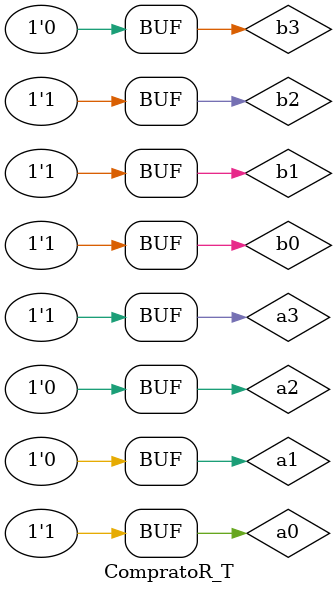
<source format=v>

`timescale 1ns/1ns

module CompratoR(input a0,a1,a2,a3,b0,b1,b2,b3,output g3,e3);
  supply0 gnd;
  supply1 vdd;
  CG_CGG  ce0(a0,b0,vdd,gnd,g0);
  CG_CGE  cg0(a0,b0,vdd,e0);
  CG_CGG  ce1(a1,b1,e0,g0,g1);
  CG_CGE  cg1(a1,b1,e0,e1);
  CG_CGG  ce2(a2,b2,e1,g1,g2);
  CG_CGE  cg2(a2,b2,e1,e2);
  CG_CGG  ce3(a3,b3,e2,g2,g3);
  CG_CGE  cg3(a3,b3,e2,e3);
endmodule

module CompratoR_T();
  reg a0=1,a1=0,a2=1,a3=0,b0=1,b1=1,b2=1,b3=0;
  COMP UUT(a0,a1,a2,a3,b0,b1,b2,b3,g3,e3);
  initial begin
    #(100) 
 a0=1;
 b0=1;
 a1=0;
 b1=0;
 a2=1;
 b2=1;
 a3=1;
 b3=1;
   #(100) 
 a0=0;
 b0=1;
 a1=0;
 b1=0;
 a2=0;
 b2=1;
 a3=1;
 b3=0;
 
   #(100) 
 a0=1;
 b0=1;
 a1=0;
 b1=1;
 a2=0;
 b2=1;
 a3=1;
 b3=0;
  end
endmodule

  


</source>
